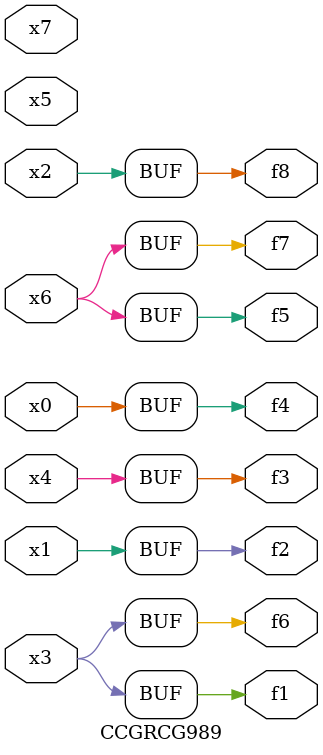
<source format=v>
module CCGRCG989(
	input x0, x1, x2, x3, x4, x5, x6, x7,
	output f1, f2, f3, f4, f5, f6, f7, f8
);
	assign f1 = x3;
	assign f2 = x1;
	assign f3 = x4;
	assign f4 = x0;
	assign f5 = x6;
	assign f6 = x3;
	assign f7 = x6;
	assign f8 = x2;
endmodule

</source>
